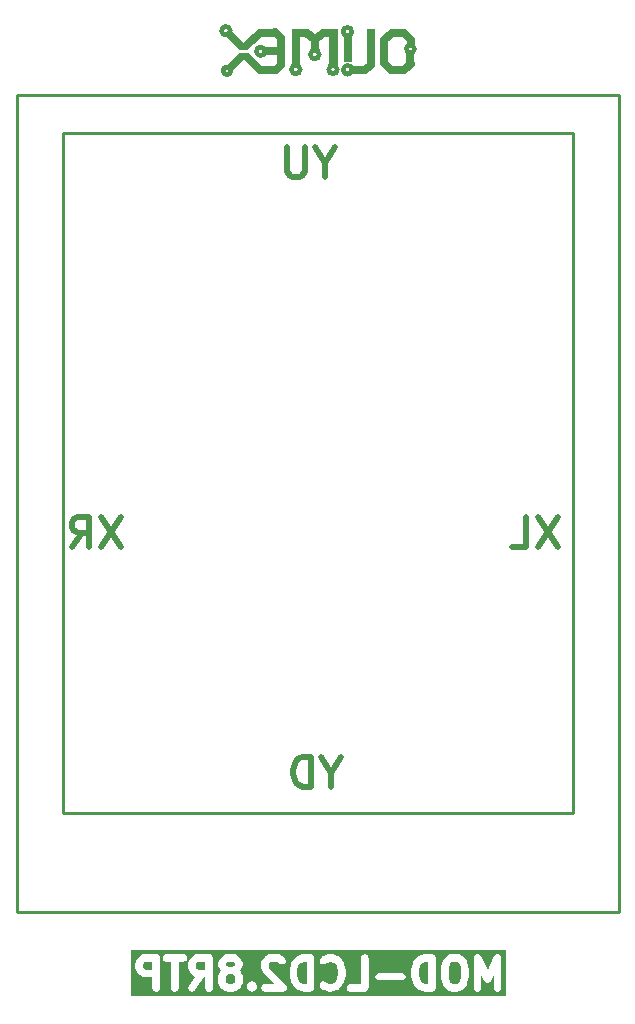
<source format=gbr>
%TF.GenerationSoftware,KiCad,Pcbnew,7.0.9-7.0.9~ubuntu22.04.1*%
%TF.CreationDate,2025-03-11T13:54:10+02:00*%
%TF.ProjectId,MOD-LCD2.8RTP_Rev_D,4d4f442d-4c43-4443-922e-385254505f52,D*%
%TF.SameCoordinates,PX2aea540PY8677d40*%
%TF.FileFunction,Legend,Bot*%
%TF.FilePolarity,Positive*%
%FSLAX46Y46*%
G04 Gerber Fmt 4.6, Leading zero omitted, Abs format (unit mm)*
G04 Created by KiCad (PCBNEW 7.0.9-7.0.9~ubuntu22.04.1) date 2025-03-11 13:54:10*
%MOMM*%
%LPD*%
G01*
G04 APERTURE LIST*
%ADD10C,0.635000*%
%ADD11C,0.508000*%
%ADD12C,0.254000*%
%ADD13C,0.700000*%
%ADD14C,0.100000*%
%ADD15C,0.500000*%
%ADD16C,0.400000*%
G04 APERTURE END LIST*
D10*
G36*
X17900687Y3386506D02*
G01*
X17948774Y3338419D01*
X18013166Y3209636D01*
X18013166Y2875730D01*
X17948774Y2746947D01*
X17900688Y2698860D01*
X17771904Y2634468D01*
X17437999Y2634468D01*
X17309215Y2698860D01*
X17261128Y2746947D01*
X17196737Y2875730D01*
X17196737Y3209636D01*
X17261128Y3338419D01*
X17309214Y3386505D01*
X17438000Y3450897D01*
X17771905Y3450897D01*
X17900687Y3386506D01*
G37*
G36*
X17900688Y4475077D02*
G01*
X17948774Y4426990D01*
X18005928Y4312683D01*
X17948774Y4198375D01*
X17900689Y4150290D01*
X17771904Y4085897D01*
X17437999Y4085897D01*
X17309213Y4150290D01*
X17261128Y4198375D01*
X17203974Y4312683D01*
X17261129Y4426991D01*
X17309215Y4475077D01*
X17437999Y4539468D01*
X17771904Y4539468D01*
X17900688Y4475077D01*
G37*
G36*
X24060786Y2634468D02*
G01*
X23825047Y2634468D01*
X23582174Y2715426D01*
X23429700Y2867899D01*
X23347376Y3032548D01*
X23244357Y3444625D01*
X23244357Y3729313D01*
X23347375Y4141389D01*
X23429700Y4306038D01*
X23582174Y4458511D01*
X23825047Y4539468D01*
X24060786Y4539468D01*
X24060786Y2634468D01*
G37*
G36*
X34341738Y2634468D02*
G01*
X34105999Y2634468D01*
X33863126Y2715426D01*
X33710652Y2867899D01*
X33628328Y3032548D01*
X33525309Y3444625D01*
X33525309Y3729313D01*
X33628327Y4141389D01*
X33710652Y4306038D01*
X33863126Y4458511D01*
X34105999Y4539468D01*
X34341738Y4539468D01*
X34341738Y2634468D01*
G37*
G36*
X36890212Y4475076D02*
G01*
X37033499Y4331790D01*
X37123642Y3971217D01*
X37123642Y3202720D01*
X37033499Y2842147D01*
X36890212Y2698861D01*
X36761428Y2634468D01*
X36427523Y2634468D01*
X36298739Y2698860D01*
X36155452Y2842147D01*
X36065309Y3202720D01*
X36065309Y3971217D01*
X36155452Y4331790D01*
X36298739Y4475077D01*
X36427523Y4539468D01*
X36761428Y4539468D01*
X36890212Y4475076D01*
G37*
G36*
X15473166Y3843992D02*
G01*
X14897999Y3843992D01*
X14769215Y3908384D01*
X14721128Y3956470D01*
X14656737Y4085253D01*
X14656737Y4298207D01*
X14721128Y4426991D01*
X14769215Y4475077D01*
X14897999Y4539468D01*
X15473166Y4539468D01*
X15473166Y3843992D01*
G37*
G36*
X10997928Y3843992D02*
G01*
X10422761Y3843992D01*
X10293977Y3908384D01*
X10245890Y3956470D01*
X10181499Y4085253D01*
X10181499Y4298207D01*
X10245890Y4426991D01*
X10293977Y4475077D01*
X10422761Y4539468D01*
X10997928Y4539468D01*
X10997928Y3843992D01*
G37*
G36*
X40903404Y1636611D02*
G01*
X9183642Y1636611D01*
X9183642Y4010301D01*
X9546499Y4010301D01*
X9549677Y3992274D01*
X9548581Y3974001D01*
X9559187Y3938342D01*
X9565647Y3901710D01*
X9574798Y3885860D01*
X9580018Y3868311D01*
X9700970Y3626407D01*
X9731284Y3585537D01*
X9760445Y3543891D01*
X9881397Y3422938D01*
X9923068Y3393760D01*
X9963914Y3363463D01*
X10205819Y3242511D01*
X10223367Y3237292D01*
X10239218Y3228140D01*
X10275849Y3221681D01*
X10311509Y3211074D01*
X10329781Y3212171D01*
X10347809Y3208992D01*
X10997928Y3208992D01*
X10997928Y2316968D01*
X11017076Y2208377D01*
X11072209Y2112883D01*
X11156678Y2042005D01*
X11260295Y2004292D01*
X11370561Y2004292D01*
X11474178Y2042005D01*
X11558647Y2112883D01*
X11613780Y2208377D01*
X11632928Y2316968D01*
X11632928Y4801835D01*
X11849418Y4801835D01*
X11887131Y4698218D01*
X11958009Y4613749D01*
X12053503Y4558616D01*
X12162094Y4539468D01*
X12570308Y4539468D01*
X12570308Y2316968D01*
X12589456Y2208377D01*
X12644589Y2112883D01*
X12729058Y2042005D01*
X12832675Y2004292D01*
X12942941Y2004292D01*
X13046558Y2042005D01*
X13131027Y2112883D01*
X13186160Y2208377D01*
X13205308Y2316968D01*
X13205308Y4010301D01*
X14021737Y4010301D01*
X14024915Y3992274D01*
X14023819Y3974001D01*
X14034425Y3938342D01*
X14040885Y3901710D01*
X14050036Y3885860D01*
X14055256Y3868311D01*
X14176208Y3626407D01*
X14206522Y3585537D01*
X14235683Y3543891D01*
X14356635Y3422938D01*
X14398306Y3393760D01*
X14439152Y3363463D01*
X14620688Y3272696D01*
X14079131Y2499042D01*
X14032545Y2399100D01*
X14022949Y2289252D01*
X14051503Y2182747D01*
X14114762Y2092431D01*
X14205096Y2029197D01*
X14311609Y2000672D01*
X14421455Y2010298D01*
X14521384Y2056913D01*
X14599343Y2134894D01*
X15351212Y3208992D01*
X15473166Y3208992D01*
X15473166Y2316968D01*
X15492314Y2208377D01*
X15547447Y2112883D01*
X15631916Y2042005D01*
X15735533Y2004292D01*
X15845799Y2004292D01*
X15949416Y2042005D01*
X16033885Y2112883D01*
X16089018Y2208377D01*
X16108166Y2316968D01*
X16108166Y2800778D01*
X16561737Y2800778D01*
X16564916Y2782747D01*
X16563820Y2764477D01*
X16574424Y2728825D01*
X16580885Y2692187D01*
X16590037Y2676334D01*
X16595257Y2658787D01*
X16716209Y2416882D01*
X16746517Y2376021D01*
X16775683Y2334368D01*
X16896635Y2213414D01*
X16938306Y2184236D01*
X16979152Y2153939D01*
X17221057Y2032987D01*
X17238605Y2027768D01*
X17254456Y2018616D01*
X17291087Y2012157D01*
X17326747Y2001550D01*
X17345019Y2002647D01*
X17363047Y1999468D01*
X17846856Y1999468D01*
X17864883Y2002647D01*
X17883156Y2001550D01*
X17918815Y2012157D01*
X17955447Y2018616D01*
X17971297Y2027768D01*
X17988846Y2032987D01*
X18230751Y2153939D01*
X18271621Y2184254D01*
X18313267Y2213414D01*
X18434220Y2334366D01*
X18463398Y2376038D01*
X18488773Y2410247D01*
X18981993Y2410247D01*
X18989183Y2383415D01*
X18991604Y2355745D01*
X19003342Y2330572D01*
X19010533Y2303738D01*
X19026466Y2280983D01*
X19038205Y2255810D01*
X19057845Y2236170D01*
X19073780Y2213413D01*
X19194733Y2092460D01*
X19217491Y2076525D01*
X19237128Y2056888D01*
X19249785Y2050986D01*
X19260488Y2042005D01*
X19273615Y2037228D01*
X19285058Y2029215D01*
X19311890Y2022026D01*
X19337063Y2010287D01*
X19350978Y2009070D01*
X19364105Y2004292D01*
X19378073Y2004292D01*
X19391568Y2000676D01*
X19419239Y2003098D01*
X19446910Y2000676D01*
X19460405Y2004292D01*
X19474371Y2004292D01*
X19487496Y2009070D01*
X19501415Y2010287D01*
X19526592Y2022028D01*
X19553419Y2029216D01*
X19564859Y2037227D01*
X19577988Y2042005D01*
X19588688Y2050984D01*
X19601350Y2056888D01*
X19620994Y2076533D01*
X19643744Y2092462D01*
X19764696Y2213414D01*
X19780625Y2236164D01*
X19800270Y2255808D01*
X19812012Y2280989D01*
X19827942Y2303739D01*
X19835130Y2330566D01*
X19846871Y2355743D01*
X19849292Y2383417D01*
X19856482Y2410248D01*
X19854060Y2437919D01*
X19856482Y2465590D01*
X19849292Y2492424D01*
X19846871Y2520095D01*
X19835132Y2545268D01*
X19827943Y2572100D01*
X19812008Y2594858D01*
X19800270Y2620030D01*
X19780633Y2639667D01*
X19764698Y2662425D01*
X19643745Y2783378D01*
X19620988Y2799313D01*
X19601348Y2818953D01*
X19588690Y2824856D01*
X19577988Y2833836D01*
X19564861Y2838614D01*
X19553420Y2846625D01*
X19526586Y2853816D01*
X19501413Y2865554D01*
X19487497Y2866772D01*
X19474371Y2871549D01*
X19460406Y2871549D01*
X19446911Y2875165D01*
X19419232Y2872744D01*
X19391566Y2875164D01*
X19378075Y2871549D01*
X19364105Y2871549D01*
X19350981Y2866773D01*
X19337064Y2865555D01*
X19311885Y2853814D01*
X19285056Y2846625D01*
X19273614Y2838614D01*
X19260488Y2833836D01*
X19249786Y2824857D01*
X19237129Y2818954D01*
X19217489Y2799315D01*
X19194731Y2783379D01*
X19073779Y2662426D01*
X19057845Y2639671D01*
X19038204Y2620029D01*
X19026464Y2594854D01*
X19010533Y2572101D01*
X19003344Y2545273D01*
X18991603Y2520094D01*
X18989181Y2492421D01*
X18981993Y2465592D01*
X18984414Y2437921D01*
X18981993Y2410247D01*
X18488773Y2410247D01*
X18493695Y2416883D01*
X18614647Y2658788D01*
X18619866Y2676337D01*
X18629018Y2692187D01*
X18635477Y2728819D01*
X18646084Y2764478D01*
X18644987Y2782751D01*
X18648166Y2800778D01*
X18648166Y3284587D01*
X18644987Y3302615D01*
X18646084Y3320887D01*
X18635477Y3356547D01*
X18629018Y3393178D01*
X18619866Y3409029D01*
X18614647Y3426577D01*
X18493695Y3668482D01*
X18463398Y3709328D01*
X18434220Y3750999D01*
X18416822Y3768397D01*
X18434220Y3785794D01*
X18463398Y3827466D01*
X18493695Y3868311D01*
X18614647Y4110216D01*
X18619866Y4127765D01*
X18621881Y4131254D01*
X20190309Y4131254D01*
X20199140Y4081167D01*
X20206602Y4030851D01*
X20327555Y3667994D01*
X20336272Y3651895D01*
X20341010Y3634216D01*
X20362344Y3603748D01*
X20380060Y3571031D01*
X20393757Y3558886D01*
X20404256Y3543891D01*
X21313678Y2634468D01*
X20507809Y2634468D01*
X20399218Y2615320D01*
X20303724Y2560187D01*
X20232846Y2475718D01*
X20195133Y2372101D01*
X20195133Y2261835D01*
X20232846Y2158218D01*
X20303724Y2073749D01*
X20399218Y2018616D01*
X20507809Y1999468D01*
X22080190Y1999468D01*
X22121034Y2006671D01*
X22162365Y2010286D01*
X22175027Y2016191D01*
X22188781Y2018616D01*
X22224705Y2039357D01*
X22262300Y2056888D01*
X22272175Y2066764D01*
X22284275Y2073749D01*
X22310941Y2105529D01*
X22340270Y2134857D01*
X22346173Y2147517D01*
X22355153Y2158218D01*
X22369341Y2197201D01*
X22386871Y2234793D01*
X22388088Y2248709D01*
X22392866Y2261835D01*
X22392866Y2303312D01*
X22396482Y2344640D01*
X22392866Y2358135D01*
X22392866Y2372101D01*
X22378678Y2411082D01*
X22367942Y2451149D01*
X22359931Y2462590D01*
X22355153Y2475718D01*
X22328488Y2507496D01*
X22304697Y2541474D01*
X21440631Y3405540D01*
X22609357Y3405540D01*
X22616103Y3367283D01*
X22618837Y3328535D01*
X22739789Y2844725D01*
X22753931Y2813016D01*
X22763829Y2779739D01*
X22884781Y2537834D01*
X22915094Y2496966D01*
X22944256Y2455319D01*
X23186160Y2213414D01*
X23201158Y2202912D01*
X23213302Y2189218D01*
X23246009Y2171507D01*
X23276485Y2150168D01*
X23294166Y2145431D01*
X23310265Y2136713D01*
X23673122Y2015761D01*
X23723431Y2008301D01*
X23773524Y1999468D01*
X24378286Y1999468D01*
X24405644Y2004292D01*
X24433419Y2004292D01*
X24459521Y2013793D01*
X24486877Y2018616D01*
X24510932Y2032505D01*
X24537036Y2042005D01*
X24558315Y2059861D01*
X24582371Y2073749D01*
X24600226Y2095028D01*
X24621505Y2112883D01*
X24635393Y2136939D01*
X24653249Y2158218D01*
X24662749Y2184322D01*
X24676638Y2208377D01*
X24681461Y2235733D01*
X24690962Y2261835D01*
X24690962Y2289611D01*
X24695786Y2316968D01*
X24695786Y2531202D01*
X25150565Y2531202D01*
X25179104Y2424693D01*
X25242350Y2334368D01*
X25363302Y2213414D01*
X25378300Y2202912D01*
X25390444Y2189218D01*
X25423151Y2171507D01*
X25453627Y2150168D01*
X25471309Y2145430D01*
X25487407Y2136713D01*
X25850265Y2015761D01*
X25900574Y2008301D01*
X25950667Y1999468D01*
X26192571Y1999468D01*
X26242663Y2008301D01*
X26292973Y2015761D01*
X26655830Y2136713D01*
X26671929Y2145431D01*
X26689609Y2150168D01*
X26720078Y2171503D01*
X26752794Y2189218D01*
X26764940Y2202916D01*
X26779934Y2213414D01*
X26828355Y2261835D01*
X27452276Y2261835D01*
X27489989Y2158218D01*
X27560867Y2073749D01*
X27656361Y2018616D01*
X27764952Y1999468D01*
X28974476Y1999468D01*
X29001834Y2004292D01*
X29029609Y2004292D01*
X29055711Y2013793D01*
X29083067Y2018616D01*
X29107122Y2032505D01*
X29133226Y2042005D01*
X29154505Y2059861D01*
X29178561Y2073749D01*
X29196416Y2095028D01*
X29217695Y2112883D01*
X29231583Y2136939D01*
X29249439Y2158218D01*
X29258939Y2184322D01*
X29272828Y2208377D01*
X29277651Y2235733D01*
X29287152Y2261835D01*
X29287152Y2289611D01*
X29291976Y2316968D01*
X29291976Y3229454D01*
X29871324Y3229454D01*
X29909037Y3125837D01*
X29979915Y3041368D01*
X30075409Y2986235D01*
X30184000Y2967087D01*
X32119238Y2967087D01*
X32227829Y2986235D01*
X32323323Y3041368D01*
X32394201Y3125837D01*
X32431914Y3229454D01*
X32431914Y3339720D01*
X32407958Y3405540D01*
X32890309Y3405540D01*
X32897055Y3367283D01*
X32899789Y3328535D01*
X33020741Y2844725D01*
X33034883Y2813016D01*
X33044781Y2779739D01*
X33165733Y2537834D01*
X33196046Y2496966D01*
X33225208Y2455319D01*
X33467112Y2213414D01*
X33482110Y2202912D01*
X33494254Y2189218D01*
X33526961Y2171507D01*
X33557437Y2150168D01*
X33575118Y2145431D01*
X33591217Y2136713D01*
X33954074Y2015761D01*
X34004383Y2008301D01*
X34054476Y1999468D01*
X34659238Y1999468D01*
X34686596Y2004292D01*
X34714371Y2004292D01*
X34740473Y2013793D01*
X34767829Y2018616D01*
X34791884Y2032505D01*
X34817988Y2042005D01*
X34839267Y2059861D01*
X34863323Y2073749D01*
X34881178Y2095028D01*
X34902457Y2112883D01*
X34916345Y2136939D01*
X34934201Y2158218D01*
X34943701Y2184322D01*
X34957590Y2208377D01*
X34962413Y2235733D01*
X34971914Y2261835D01*
X34971914Y2289611D01*
X34976738Y2316968D01*
X34976738Y3163635D01*
X35430309Y3163635D01*
X35437055Y3125378D01*
X35439789Y3086630D01*
X35560741Y2602820D01*
X35573134Y2575031D01*
X35581009Y2545644D01*
X35595418Y2525065D01*
X35605654Y2502115D01*
X35626805Y2480240D01*
X35644255Y2455319D01*
X35886159Y2213414D01*
X35927830Y2184236D01*
X35968676Y2153939D01*
X36210581Y2032987D01*
X36228129Y2027768D01*
X36243980Y2018616D01*
X36280611Y2012157D01*
X36316271Y2001550D01*
X36334543Y2002647D01*
X36352571Y1999468D01*
X36836380Y1999468D01*
X36854407Y2002647D01*
X36872680Y2001550D01*
X36908339Y2012157D01*
X36944971Y2018616D01*
X36960821Y2027768D01*
X36978370Y2032987D01*
X37220275Y2153939D01*
X37261145Y2184254D01*
X37302791Y2213414D01*
X37406345Y2316968D01*
X38212213Y2316968D01*
X38231361Y2208377D01*
X38286494Y2112883D01*
X38370963Y2042005D01*
X38474580Y2004292D01*
X38584846Y2004292D01*
X38688463Y2042005D01*
X38772932Y2112883D01*
X38828065Y2208377D01*
X38847213Y2316968D01*
X38847213Y3425817D01*
X39088667Y2908415D01*
X39104553Y2885742D01*
X39116246Y2860648D01*
X39135947Y2840935D01*
X39151940Y2818110D01*
X39174621Y2802238D01*
X39194193Y2782655D01*
X39219447Y2770870D01*
X39242284Y2754889D01*
X39269029Y2747732D01*
X39294114Y2736025D01*
X39321877Y2733588D01*
X39348802Y2726382D01*
X39376380Y2728804D01*
X39403959Y2726382D01*
X39430882Y2733588D01*
X39458646Y2736025D01*
X39483734Y2747733D01*
X39510476Y2754890D01*
X39533309Y2770868D01*
X39558567Y2782655D01*
X39578139Y2802240D01*
X39600820Y2818110D01*
X39616809Y2840932D01*
X39636515Y2860648D01*
X39648209Y2885747D01*
X39664093Y2908416D01*
X39905547Y3425818D01*
X39905547Y2316968D01*
X39924695Y2208377D01*
X39979828Y2112883D01*
X40064297Y2042005D01*
X40167914Y2004292D01*
X40278180Y2004292D01*
X40381797Y2042005D01*
X40466266Y2112883D01*
X40521399Y2208377D01*
X40540547Y2316968D01*
X40540547Y4856968D01*
X40533351Y4897772D01*
X40529753Y4939053D01*
X40523832Y4951761D01*
X40521399Y4965559D01*
X40500686Y5001435D01*
X40483182Y5039002D01*
X40473272Y5048918D01*
X40466266Y5061053D01*
X40434526Y5087686D01*
X40405234Y5116995D01*
X40392533Y5122922D01*
X40381797Y5131931D01*
X40342862Y5146102D01*
X40305313Y5163625D01*
X40291349Y5164851D01*
X40278180Y5169644D01*
X40236750Y5169644D01*
X40195469Y5173268D01*
X40181928Y5169644D01*
X40167914Y5169644D01*
X40128984Y5155476D01*
X40088951Y5144761D01*
X40077466Y5136725D01*
X40064297Y5131931D01*
X40032554Y5105296D01*
X39998607Y5081540D01*
X39990565Y5070063D01*
X39979828Y5061053D01*
X39959112Y5025173D01*
X39935334Y4991235D01*
X39376379Y3793476D01*
X38817426Y4991234D01*
X38793649Y5025169D01*
X38772932Y5061053D01*
X38762194Y5070063D01*
X38754153Y5081540D01*
X38720208Y5105294D01*
X38688463Y5131931D01*
X38675291Y5136726D01*
X38663809Y5144760D01*
X38623780Y5155474D01*
X38584846Y5169644D01*
X38570833Y5169644D01*
X38557292Y5173268D01*
X38516010Y5169644D01*
X38474580Y5169644D01*
X38461410Y5164851D01*
X38447447Y5163625D01*
X38409897Y5146102D01*
X38370963Y5131931D01*
X38360226Y5122922D01*
X38347526Y5116995D01*
X38318236Y5087688D01*
X38286494Y5061053D01*
X38279486Y5048916D01*
X38269579Y5039002D01*
X38252076Y5001440D01*
X38231361Y4965559D01*
X38228927Y4951760D01*
X38223007Y4939053D01*
X38219408Y4897772D01*
X38212213Y4856968D01*
X38212213Y2316968D01*
X37406345Y2316968D01*
X37544696Y2455318D01*
X37562150Y2480246D01*
X37583297Y2502116D01*
X37593530Y2525061D01*
X37607942Y2545643D01*
X37615816Y2575032D01*
X37628210Y2602820D01*
X37749162Y3086630D01*
X37751895Y3125378D01*
X37758642Y3163635D01*
X37758642Y4010301D01*
X37751895Y4048559D01*
X37749162Y4087306D01*
X37628210Y4571116D01*
X37615816Y4598905D01*
X37607942Y4628293D01*
X37593530Y4648876D01*
X37583297Y4671820D01*
X37562150Y4693691D01*
X37544696Y4718618D01*
X37302791Y4960522D01*
X37261145Y4989683D01*
X37220275Y5019997D01*
X36978370Y5140949D01*
X36960821Y5146169D01*
X36944971Y5155320D01*
X36908339Y5161780D01*
X36872680Y5172386D01*
X36854407Y5171290D01*
X36836380Y5174468D01*
X36352571Y5174468D01*
X36334543Y5171290D01*
X36316271Y5172386D01*
X36280611Y5161780D01*
X36243980Y5155320D01*
X36228129Y5146169D01*
X36210581Y5140949D01*
X35968676Y5019997D01*
X35927830Y4989701D01*
X35886159Y4960522D01*
X35644255Y4718617D01*
X35626805Y4693697D01*
X35605654Y4671821D01*
X35595418Y4648872D01*
X35581009Y4628292D01*
X35573134Y4598906D01*
X35560741Y4571116D01*
X35439789Y4087306D01*
X35437055Y4048559D01*
X35430309Y4010301D01*
X35430309Y3163635D01*
X34976738Y3163635D01*
X34976738Y4856968D01*
X34971914Y4884326D01*
X34971914Y4912101D01*
X34962413Y4938204D01*
X34957590Y4965559D01*
X34943701Y4989615D01*
X34934201Y5015718D01*
X34916345Y5036998D01*
X34902457Y5061053D01*
X34881178Y5078909D01*
X34863323Y5100187D01*
X34839267Y5114076D01*
X34817988Y5131931D01*
X34791884Y5141432D01*
X34767829Y5155320D01*
X34740473Y5160144D01*
X34714371Y5169644D01*
X34686596Y5169644D01*
X34659238Y5174468D01*
X34054476Y5174468D01*
X34004383Y5165636D01*
X33954074Y5158175D01*
X33591217Y5037223D01*
X33575118Y5028506D01*
X33557437Y5023768D01*
X33526961Y5002430D01*
X33494254Y4984718D01*
X33482110Y4971025D01*
X33467112Y4960522D01*
X33225208Y4718617D01*
X33196046Y4676971D01*
X33165733Y4636102D01*
X33044781Y4394197D01*
X33034883Y4360921D01*
X33020741Y4329211D01*
X32899789Y3845402D01*
X32897055Y3806655D01*
X32890309Y3768397D01*
X32890309Y3405540D01*
X32407958Y3405540D01*
X32394201Y3443337D01*
X32323323Y3527806D01*
X32227829Y3582939D01*
X32119238Y3602087D01*
X30184000Y3602087D01*
X30075409Y3582939D01*
X29979915Y3527806D01*
X29909037Y3443337D01*
X29871324Y3339720D01*
X29871324Y3229454D01*
X29291976Y3229454D01*
X29291976Y4856968D01*
X29272828Y4965559D01*
X29217695Y5061053D01*
X29133226Y5131931D01*
X29029609Y5169644D01*
X28919343Y5169644D01*
X28815726Y5131931D01*
X28731257Y5061053D01*
X28676124Y4965559D01*
X28656976Y4856968D01*
X28656976Y2634468D01*
X27764952Y2634468D01*
X27656361Y2615320D01*
X27560867Y2560187D01*
X27489989Y2475718D01*
X27452276Y2372101D01*
X27452276Y2261835D01*
X26828355Y2261835D01*
X27021839Y2455318D01*
X27051021Y2496996D01*
X27081313Y2537834D01*
X27202266Y2779739D01*
X27212164Y2813016D01*
X27226306Y2844725D01*
X27347258Y3328535D01*
X27349991Y3367283D01*
X27356738Y3405540D01*
X27356738Y3768397D01*
X27349991Y3806655D01*
X27347258Y3845402D01*
X27226306Y4329211D01*
X27212163Y4360921D01*
X27202266Y4394197D01*
X27081313Y4636102D01*
X27051021Y4676941D01*
X27021839Y4718618D01*
X26779934Y4960522D01*
X26764940Y4971021D01*
X26752794Y4984718D01*
X26720078Y5002434D01*
X26689609Y5023768D01*
X26671929Y5028506D01*
X26655830Y5037223D01*
X26292973Y5158175D01*
X26242663Y5165636D01*
X26192571Y5174468D01*
X25950667Y5174468D01*
X25900574Y5165636D01*
X25850265Y5158175D01*
X25487407Y5037223D01*
X25471309Y5028507D01*
X25453627Y5023768D01*
X25423151Y5002430D01*
X25390444Y4984718D01*
X25378300Y4971025D01*
X25363302Y4960522D01*
X25242350Y4839568D01*
X25179104Y4749243D01*
X25150565Y4642734D01*
X25160176Y4532887D01*
X25206778Y4432952D01*
X25284748Y4354982D01*
X25384683Y4308381D01*
X25494530Y4298771D01*
X25601039Y4327311D01*
X25691364Y4390558D01*
X25759316Y4458511D01*
X26002190Y4539468D01*
X26141048Y4539468D01*
X26383921Y4458511D01*
X26536394Y4306037D01*
X26618719Y4141386D01*
X26721738Y3729313D01*
X26721738Y3444625D01*
X26618719Y3032551D01*
X26536394Y2867900D01*
X26383921Y2715426D01*
X26141048Y2634468D01*
X26002190Y2634468D01*
X25759316Y2715426D01*
X25691364Y2783378D01*
X25601039Y2846625D01*
X25494530Y2875165D01*
X25384683Y2865555D01*
X25284748Y2818954D01*
X25206778Y2740984D01*
X25160176Y2641049D01*
X25150565Y2531202D01*
X24695786Y2531202D01*
X24695786Y4856968D01*
X24690962Y4884326D01*
X24690962Y4912101D01*
X24681461Y4938204D01*
X24676638Y4965559D01*
X24662749Y4989615D01*
X24653249Y5015718D01*
X24635393Y5036998D01*
X24621505Y5061053D01*
X24600226Y5078909D01*
X24582371Y5100187D01*
X24558315Y5114076D01*
X24537036Y5131931D01*
X24510932Y5141432D01*
X24486877Y5155320D01*
X24459521Y5160144D01*
X24433419Y5169644D01*
X24405644Y5169644D01*
X24378286Y5174468D01*
X23773524Y5174468D01*
X23723431Y5165636D01*
X23673122Y5158175D01*
X23310265Y5037223D01*
X23294166Y5028506D01*
X23276485Y5023768D01*
X23246009Y5002430D01*
X23213302Y4984718D01*
X23201158Y4971025D01*
X23186160Y4960522D01*
X22944256Y4718617D01*
X22915094Y4676971D01*
X22884781Y4636102D01*
X22763829Y4394197D01*
X22753931Y4360921D01*
X22739789Y4329211D01*
X22618837Y3845402D01*
X22616103Y3806655D01*
X22609357Y3768397D01*
X22609357Y3405540D01*
X21440631Y3405540D01*
X20906267Y3939904D01*
X20825309Y4182779D01*
X20825309Y4298208D01*
X20889701Y4426991D01*
X20937787Y4475077D01*
X21066571Y4539468D01*
X21521429Y4539468D01*
X21650212Y4475077D01*
X21734731Y4390557D01*
X21825056Y4327311D01*
X21931565Y4298771D01*
X22041412Y4308381D01*
X22141348Y4354982D01*
X22219318Y4432951D01*
X22265919Y4532886D01*
X22275530Y4642733D01*
X22246991Y4749243D01*
X22183746Y4839568D01*
X22062793Y4960521D01*
X22021142Y4989686D01*
X21980276Y5019997D01*
X21738371Y5140949D01*
X21720822Y5146169D01*
X21704972Y5155320D01*
X21668340Y5161780D01*
X21632681Y5172386D01*
X21614408Y5171290D01*
X21596381Y5174468D01*
X20991619Y5174468D01*
X20973591Y5171290D01*
X20955319Y5172386D01*
X20919659Y5161780D01*
X20883028Y5155320D01*
X20867177Y5146169D01*
X20849629Y5140949D01*
X20607724Y5019997D01*
X20566878Y4989701D01*
X20525207Y4960522D01*
X20404255Y4839568D01*
X20375080Y4797903D01*
X20344782Y4757054D01*
X20223829Y4515150D01*
X20218609Y4497604D01*
X20209457Y4481750D01*
X20202996Y4445113D01*
X20192392Y4409460D01*
X20193488Y4391190D01*
X20190309Y4373159D01*
X20190309Y4131254D01*
X18621881Y4131254D01*
X18629018Y4143615D01*
X18635477Y4180247D01*
X18646084Y4215906D01*
X18644987Y4234179D01*
X18648166Y4252206D01*
X18648166Y4373159D01*
X18644987Y4391187D01*
X18646084Y4409459D01*
X18635477Y4445119D01*
X18629018Y4481750D01*
X18619866Y4497601D01*
X18614647Y4515149D01*
X18493695Y4757053D01*
X18463392Y4797907D01*
X18434220Y4839570D01*
X18313267Y4960522D01*
X18271621Y4989683D01*
X18230751Y5019997D01*
X17988846Y5140949D01*
X17971297Y5146169D01*
X17955447Y5155320D01*
X17918815Y5161780D01*
X17883156Y5172386D01*
X17864883Y5171290D01*
X17846856Y5174468D01*
X17363047Y5174468D01*
X17345019Y5171290D01*
X17326747Y5172386D01*
X17291087Y5161780D01*
X17254456Y5155320D01*
X17238605Y5146169D01*
X17221057Y5140949D01*
X16979152Y5019997D01*
X16938306Y4989701D01*
X16896635Y4960522D01*
X16775683Y4839568D01*
X16746508Y4797903D01*
X16716210Y4757054D01*
X16595257Y4515150D01*
X16590037Y4497604D01*
X16580885Y4481750D01*
X16574424Y4445113D01*
X16563820Y4409460D01*
X16564916Y4391190D01*
X16561737Y4373159D01*
X16561737Y4252206D01*
X16564916Y4234175D01*
X16563820Y4215905D01*
X16574424Y4180253D01*
X16580885Y4143615D01*
X16590037Y4127762D01*
X16595257Y4110215D01*
X16716209Y3868310D01*
X16746522Y3827442D01*
X16775684Y3785795D01*
X16793082Y3768397D01*
X16775684Y3750998D01*
X16746522Y3709352D01*
X16716209Y3668483D01*
X16595257Y3426578D01*
X16590037Y3409032D01*
X16580885Y3393178D01*
X16574424Y3356541D01*
X16563820Y3320888D01*
X16564916Y3302619D01*
X16561737Y3284587D01*
X16561737Y2800778D01*
X16108166Y2800778D01*
X16108166Y4856968D01*
X16103342Y4884326D01*
X16103342Y4912101D01*
X16093841Y4938204D01*
X16089018Y4965559D01*
X16075129Y4989615D01*
X16065629Y5015718D01*
X16047773Y5036998D01*
X16033885Y5061053D01*
X16012606Y5078909D01*
X15994751Y5100187D01*
X15970695Y5114076D01*
X15949416Y5131931D01*
X15923312Y5141432D01*
X15899257Y5155320D01*
X15871901Y5160144D01*
X15845799Y5169644D01*
X15818024Y5169644D01*
X15790666Y5174468D01*
X14823047Y5174468D01*
X14805019Y5171290D01*
X14786747Y5172386D01*
X14751087Y5161780D01*
X14714456Y5155320D01*
X14698605Y5146169D01*
X14681057Y5140949D01*
X14439152Y5019997D01*
X14398306Y4989701D01*
X14356635Y4960522D01*
X14235683Y4839569D01*
X14206522Y4797924D01*
X14176208Y4757053D01*
X14055256Y4515149D01*
X14050036Y4497601D01*
X14040885Y4481750D01*
X14034425Y4445119D01*
X14023819Y4409459D01*
X14024915Y4391187D01*
X14021737Y4373159D01*
X14021737Y4010301D01*
X13205308Y4010301D01*
X13205308Y4539468D01*
X13613523Y4539468D01*
X13722114Y4558616D01*
X13817608Y4613749D01*
X13888486Y4698218D01*
X13926199Y4801835D01*
X13926199Y4912101D01*
X13888486Y5015718D01*
X13817608Y5100187D01*
X13722114Y5155320D01*
X13613523Y5174468D01*
X12162094Y5174468D01*
X12053503Y5155320D01*
X11958009Y5100187D01*
X11887131Y5015718D01*
X11849418Y4912101D01*
X11849418Y4801835D01*
X11632928Y4801835D01*
X11632928Y4856968D01*
X11628104Y4884326D01*
X11628104Y4912101D01*
X11618603Y4938204D01*
X11613780Y4965559D01*
X11599891Y4989615D01*
X11590391Y5015718D01*
X11572535Y5036998D01*
X11558647Y5061053D01*
X11537368Y5078909D01*
X11519513Y5100187D01*
X11495457Y5114076D01*
X11474178Y5131931D01*
X11448074Y5141432D01*
X11424019Y5155320D01*
X11396663Y5160144D01*
X11370561Y5169644D01*
X11342786Y5169644D01*
X11315428Y5174468D01*
X10347809Y5174468D01*
X10329781Y5171290D01*
X10311509Y5172386D01*
X10275849Y5161780D01*
X10239218Y5155320D01*
X10223367Y5146169D01*
X10205819Y5140949D01*
X9963914Y5019997D01*
X9923068Y4989701D01*
X9881397Y4960522D01*
X9760445Y4839569D01*
X9731284Y4797924D01*
X9700970Y4757053D01*
X9580018Y4515149D01*
X9574798Y4497601D01*
X9565647Y4481750D01*
X9559187Y4445119D01*
X9548581Y4409459D01*
X9549677Y4391187D01*
X9546499Y4373159D01*
X9546499Y4010301D01*
X9183642Y4010301D01*
X9183642Y5537325D01*
X40903404Y5537325D01*
X40903404Y1636611D01*
G37*
D11*
X45302932Y42177264D02*
X43609599Y39637264D01*
X43609599Y42177264D02*
X45302932Y39637264D01*
X41432456Y39637264D02*
X42641980Y39637264D01*
X42641980Y39637264D02*
X42641980Y42177264D01*
X25577218Y72151788D02*
X25577218Y70942264D01*
X26423885Y73482264D02*
X25577218Y72151788D01*
X25577218Y72151788D02*
X24730551Y73482264D01*
X23883885Y73482264D02*
X23883885Y71426074D01*
X23883885Y71426074D02*
X23762932Y71184169D01*
X23762932Y71184169D02*
X23641980Y71063216D01*
X23641980Y71063216D02*
X23400075Y70942264D01*
X23400075Y70942264D02*
X22916266Y70942264D01*
X22916266Y70942264D02*
X22674361Y71063216D01*
X22674361Y71063216D02*
X22553408Y71184169D01*
X22553408Y71184169D02*
X22432456Y71426074D01*
X22432456Y71426074D02*
X22432456Y73482264D01*
X26077218Y20546788D02*
X26077218Y19337264D01*
X26923885Y21877264D02*
X26077218Y20546788D01*
X26077218Y20546788D02*
X25230551Y21877264D01*
X24383885Y19337264D02*
X24383885Y21877264D01*
X24383885Y21877264D02*
X23779123Y21877264D01*
X23779123Y21877264D02*
X23416266Y21756312D01*
X23416266Y21756312D02*
X23174361Y21514407D01*
X23174361Y21514407D02*
X23053408Y21272502D01*
X23053408Y21272502D02*
X22932456Y20788693D01*
X22932456Y20788693D02*
X22932456Y20425836D01*
X22932456Y20425836D02*
X23053408Y19942026D01*
X23053408Y19942026D02*
X23174361Y19700121D01*
X23174361Y19700121D02*
X23416266Y19458216D01*
X23416266Y19458216D02*
X23779123Y19337264D01*
X23779123Y19337264D02*
X24383885Y19337264D01*
X8302932Y42177264D02*
X6609599Y39637264D01*
X6609599Y42177264D02*
X8302932Y39637264D01*
X4190551Y39637264D02*
X5037218Y40846788D01*
X5641980Y39637264D02*
X5641980Y42177264D01*
X5641980Y42177264D02*
X4674361Y42177264D01*
X4674361Y42177264D02*
X4432456Y42056312D01*
X4432456Y42056312D02*
X4311503Y41935359D01*
X4311503Y41935359D02*
X4190551Y41693455D01*
X4190551Y41693455D02*
X4190551Y41330597D01*
X4190551Y41330597D02*
X4311503Y41088693D01*
X4311503Y41088693D02*
X4432456Y40967740D01*
X4432456Y40967740D02*
X4674361Y40846788D01*
X4674361Y40846788D02*
X5641980Y40846788D01*
D12*
%TO.C,LCD1*%
X-500000Y77900000D02*
X-500000Y8700000D01*
X-500000Y77900000D02*
X50500000Y77900000D01*
X-500000Y8700000D02*
X50500000Y8700000D01*
X3400000Y74700000D02*
X3400000Y17100000D01*
X3400000Y74700000D02*
X46600000Y74700000D01*
X3400000Y17100000D02*
X46600000Y17100000D01*
X46600000Y74700000D02*
X46600000Y17100000D01*
X50500000Y77900000D02*
X50500000Y8700000D01*
D13*
%TO.C,Logo_Olimex_2*%
X32851000Y80573400D02*
X32266800Y80001900D01*
X32851000Y82541900D02*
X32851000Y82300600D01*
X32851000Y82592700D02*
X32343000Y83100700D01*
X32838300Y80560700D02*
X32838300Y81322700D01*
X32279500Y80001900D02*
X31238100Y80001900D01*
X31250800Y83176900D02*
X30615800Y82567300D01*
X31250800Y83189600D02*
X32254100Y83189600D01*
X30641200Y80611500D02*
X31200000Y80027300D01*
X30628500Y82580000D02*
X30628500Y80649600D01*
D14*
X29777600Y83532500D02*
X29777600Y80382900D01*
X29764900Y83532500D02*
X29777600Y83532500D01*
X29752200Y83532500D02*
X29764900Y83532500D01*
X29637900Y83443600D02*
X29701400Y83456300D01*
D13*
X29472800Y80459100D02*
X29472800Y83189600D01*
D14*
X29472800Y83532500D02*
X29752200Y83532500D01*
X29460100Y83532500D02*
X29155300Y83532500D01*
X29333100Y83456300D02*
X29218800Y83456300D01*
X29155300Y83532500D02*
X29155300Y80497200D01*
D13*
X29015600Y80014600D02*
X29472800Y80471800D01*
X28029800Y80014600D02*
X29015600Y80014600D01*
D14*
X27834500Y80827400D02*
X27224900Y80827400D01*
X27834500Y82846700D02*
X27834500Y80827400D01*
X27694800Y80890900D02*
X27758300Y80890900D01*
D13*
X27517000Y82732400D02*
X27517000Y81132200D01*
D14*
X27351900Y80890900D02*
X27263000Y80890900D01*
X27224900Y80827400D02*
X27199500Y80827400D01*
X27199500Y80827400D02*
X27199500Y82846700D01*
X26615300Y80484500D02*
X26615300Y83469000D01*
X26615300Y83481700D02*
X25370700Y83481700D01*
X26462900Y83418200D02*
X26539100Y83418200D01*
D13*
X26297800Y80573400D02*
X26297800Y83164200D01*
X26297800Y83164200D02*
X25459600Y83164200D01*
X25459600Y83164200D02*
X24850000Y82656200D01*
D14*
X25370700Y83481700D02*
X24786500Y82999100D01*
D13*
X24748400Y81868800D02*
X24748400Y82580000D01*
X24672200Y82656200D02*
X24037200Y83164200D01*
D14*
X24126100Y83481700D02*
X24748400Y82986400D01*
X24100700Y83481700D02*
X24126100Y83481700D01*
D13*
X24037200Y83164200D02*
X23148200Y83164200D01*
X23135500Y83176900D02*
X23135500Y80573400D01*
D14*
X22957700Y83405500D02*
X22856100Y83405500D01*
X22805300Y80459100D02*
X22805300Y83469000D01*
X22805300Y83469000D02*
X22805300Y83481700D01*
X22805300Y83481700D02*
X24100700Y83481700D01*
D13*
X21878200Y80446400D02*
X21446400Y80014600D01*
X21878200Y82681600D02*
X21878200Y80446400D01*
X21878200Y82707000D02*
X21395600Y83215000D01*
X21446400Y80014600D02*
X20125600Y80014600D01*
D14*
X21433700Y83519800D02*
X20062100Y83519800D01*
D13*
X21347500Y83189600D02*
X20125600Y83189600D01*
X20659000Y81614800D02*
X21878200Y81614800D01*
X20125600Y80014600D02*
X18982600Y81132200D01*
X20125600Y83189600D02*
X19033400Y82122800D01*
D14*
X20062100Y83519800D02*
X20011300Y83519800D01*
X20011300Y83519800D02*
X18754000Y82275200D01*
D15*
X19008000Y82008500D02*
X18449200Y82008500D01*
X18982600Y81233800D02*
X18449200Y81233800D01*
D13*
X17636400Y80319400D02*
X18474600Y81132200D01*
X17585600Y82999100D02*
X18449200Y82105400D01*
D16*
X33175747Y81818000D02*
G75*
G03*
X33175747Y81818000I-337447J0D01*
G01*
X27883324Y80040000D02*
G75*
G03*
X27883324Y80040000I-366324J0D01*
G01*
X27877818Y83265800D02*
G75*
G03*
X27877818Y83265800I-373518J0D01*
G01*
X26644759Y80065400D02*
G75*
G03*
X26644759Y80065400I-359659J0D01*
G01*
X25119318Y81335400D02*
G75*
G03*
X25119318Y81335400I-370918J0D01*
G01*
X23498729Y80052700D02*
G75*
G03*
X23498729Y80052700I-363229J0D01*
G01*
X20510659Y81614800D02*
G75*
G03*
X20510659Y81614800I-359659J0D01*
G01*
X17635666Y79963800D02*
G75*
G03*
X17635666Y79963800I-329466J0D01*
G01*
X17576735Y83354700D02*
G75*
G03*
X17576735Y83354700I-359435J0D01*
G01*
%TD*%
M02*

</source>
